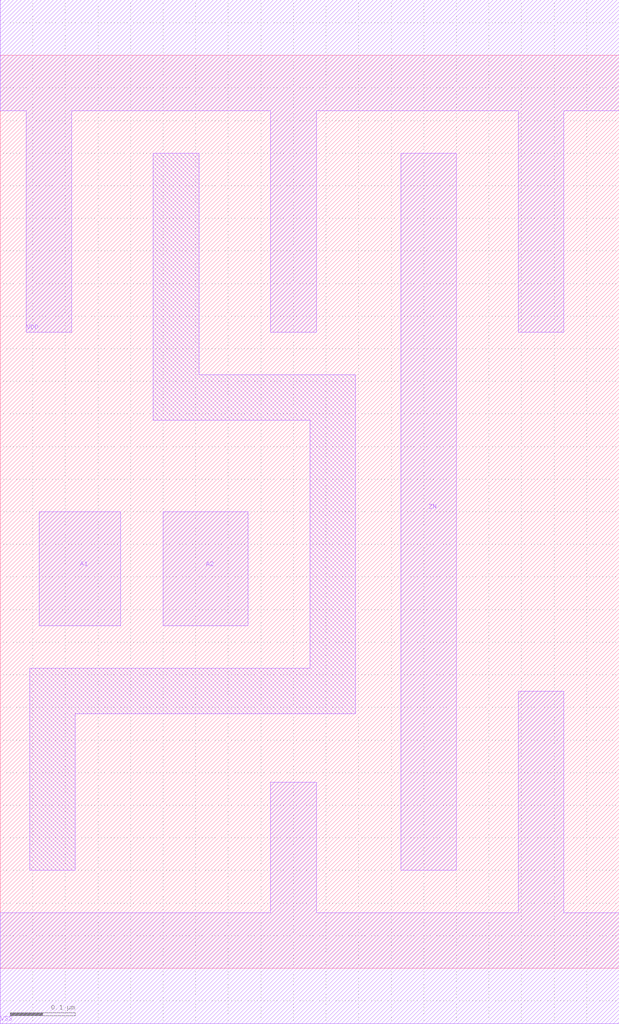
<source format=lef>
# 
# ******************************************************************************
# *                                                                            *
# *                   Copyright (C) 2004-2010, Nangate Inc.                    *
# *                           All rights reserved.                             *
# *                                                                            *
# * Nangate and the Nangate logo are trademarks of Nangate Inc.                *
# *                                                                            *
# * All trademarks, logos, software marks, and trade names (collectively the   *
# * "Marks") in this program are proprietary to Nangate or other respective    *
# * owners that have granted Nangate the right and license to use such Marks.  *
# * You are not permitted to use the Marks without the prior written consent   *
# * of Nangate or such third party that may own the Marks.                     *
# *                                                                            *
# * This file has been provided pursuant to a License Agreement containing     *
# * restrictions on its use. This file contains valuable trade secrets and     *
# * proprietary information of Nangate Inc., and is protected by U.S. and      *
# * international laws and/or treaties.                                        *
# *                                                                            *
# * The copyright notice(s) in this file does not indicate actual or intended  *
# * publication of this file.                                                  *
# *                                                                            *
# *     NGLibraryCreator, v2010.08-HR32-SP3-2010-08-05 - build 1009061800      *
# *                                                                            *
# ******************************************************************************
# 
# 
# Running on brazil06.nangate.com.br for user Giancarlo Franciscatto (gfr).
# Local time is now Fri, 3 Dec 2010, 19:32:18.
# Main process id is 27821.

VERSION 5.6 ;
BUSBITCHARS "[]" ;
DIVIDERCHAR "/" ;

MACRO AND2_X2
  CLASS core ;
  FOREIGN AND2_X2 0.0 0.0 ;
  ORIGIN 0 0 ;
  SYMMETRY X Y ;
  SITE FreePDK45_38x28_10R_NP_162NW_34O ;
  SIZE 0.95 BY 1.4 ;
  PIN A1
    DIRECTION INPUT ;
    ANTENNAPARTIALMETALAREA 0.021875 LAYER metal1 ;
    ANTENNAPARTIALMETALSIDEAREA 0.078 LAYER metal1 ;
    ANTENNAGATEAREA 0.05225 ;
    PORT
      LAYER metal1 ;
        POLYGON 0.06 0.525 0.185 0.525 0.185 0.7 0.06 0.7  ;
    END
  END A1
  PIN A2
    DIRECTION INPUT ;
    ANTENNAPARTIALMETALAREA 0.02275 LAYER metal1 ;
    ANTENNAPARTIALMETALSIDEAREA 0.0793 LAYER metal1 ;
    ANTENNAGATEAREA 0.05225 ;
    PORT
      LAYER metal1 ;
        POLYGON 0.25 0.525 0.38 0.525 0.38 0.7 0.25 0.7  ;
    END
  END A2
  PIN ZN
    DIRECTION OUTPUT ;
    ANTENNAPARTIALMETALAREA 0.0935 LAYER metal1 ;
    ANTENNAPARTIALMETALSIDEAREA 0.3081 LAYER metal1 ;
    ANTENNADIFFAREA 0.1463 ;
    PORT
      LAYER metal1 ;
        POLYGON 0.615 0.15 0.7 0.15 0.7 1.25 0.615 1.25  ;
    END
  END ZN
  PIN VDD
    DIRECTION INOUT ;
    USE power ;
    SHAPE ABUTMENT ;
    PORT
      LAYER metal1 ;
        POLYGON 0 1.315 0.04 1.315 0.04 0.975 0.11 0.975 0.11 1.315 0.415 1.315 0.415 0.975 0.485 0.975 0.485 1.315 0.545 1.315 0.795 1.315 0.795 0.975 0.865 0.975 0.865 1.315 0.95 1.315 0.95 1.485 0.545 1.485 0 1.485  ;
    END
  END VDD
  PIN VSS
    DIRECTION INOUT ;
    USE ground ;
    SHAPE ABUTMENT ;
    PORT
      LAYER metal1 ;
        POLYGON 0 -0.085 0.95 -0.085 0.95 0.085 0.865 0.085 0.865 0.425 0.795 0.425 0.795 0.085 0.485 0.085 0.485 0.285 0.415 0.285 0.415 0.085 0 0.085  ;
    END
  END VSS
  OBS
      LAYER metal1 ;
        POLYGON 0.235 0.84 0.475 0.84 0.475 0.46 0.045 0.46 0.045 0.15 0.115 0.15 0.115 0.39 0.545 0.39 0.545 0.91 0.305 0.91 0.305 1.25 0.235 1.25  ;
  END
END AND2_X2

END LIBRARY
#
# End of file
#

</source>
